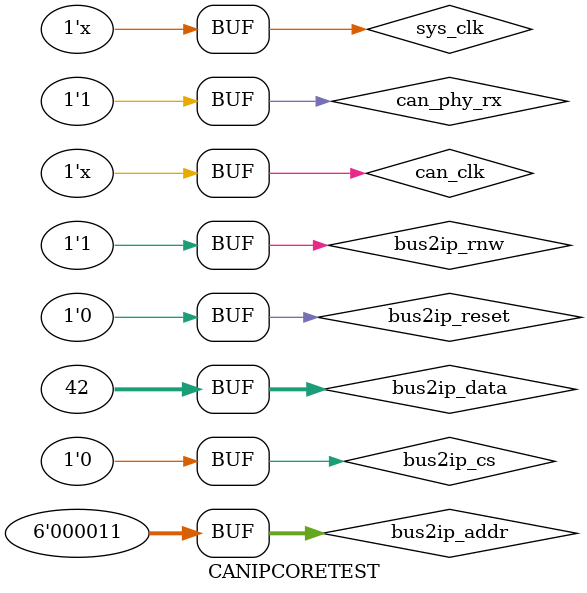
<source format=v>

`timescale 1ns / 1ps


module CANIPCORETEST;

	// Inputs
	reg can_clk;
	reg can_phy_rx;
	reg bus2ip_reset;
	reg bus2ip_rnw;
	reg bus2ip_cs;
	reg sys_clk;
	reg [0:5] bus2ip_addr;
	reg [0:31] bus2ip_data;

	// Outputs
	wire ip2bus_intrevent;
	wire ip2bus_error;
	wire ip2bus_ack;
	wire can_phy_tx;
	wire [0:31] ip2bus_data;

	// Instantiate the Unit Under Test (UUT)
	CAN_BUS_Model uut (
		.can_phy_rx(can_phy_rx), 
		.can_clk(can_clk), 
		.bus2ip_reset(bus2ip_reset), 
		.ip2bus_intrevent(ip2bus_intrevent), 
		.bus2ip_rnw(bus2ip_rnw), 
		.bus2ip_cs(bus2ip_cs), 
		.ip2bus_error(ip2bus_error), 
		.sys_clk(sys_clk), 
		.ip2bus_ack(ip2bus_ack), 
		.can_phy_tx(can_phy_tx), 
		.ip2bus_data(ip2bus_data), 
		.bus2ip_addr(bus2ip_addr), 
		.bus2ip_data(bus2ip_data)
	);

	initial begin
		// Initialize Inputs
		can_clk = 0;
		bus2ip_reset = 1;
		bus2ip_rnw = 1;
		bus2ip_cs = 0;
		sys_clk = 0;
		bus2ip_addr = 6'd3;
		bus2ip_data = 32'd42;
		can_phy_rx = 1;

		// Wait 100 ns for global reset to finish
		#100;
		bus2ip_reset = 0;
		#10;
		bus2ip_data = 32'd42;
		bus2ip_addr = 6'd3;
		#10;
        bus2ip_cs = 1;
		bus2ip_rnw = 0;
		#50
		bus2ip_cs = 0;
		bus2ip_rnw = 1;
		
		// Add stimulus here

	end
	
	always #5 sys_clk=~sys_clk;
    always #25 can_clk=~can_clk;
endmodule


</source>
